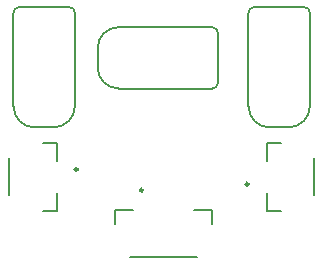
<source format=gto>
G04*
G04 #@! TF.GenerationSoftware,Altium Limited,Altium Designer,24.1.2 (44)*
G04*
G04 Layer_Color=65535*
%FSLAX44Y44*%
%MOMM*%
G71*
G04*
G04 #@! TF.SameCoordinates,88338F56-DE7A-4AE7-A4E1-60EBC265CD24*
G04*
G04*
G04 #@! TF.FilePolarity,Positive*
G04*
G01*
G75*
%ADD10C,0.2500*%
%ADD11C,0.2000*%
D10*
X453562Y349838D02*
G03*
X453562Y349838I-1250J0D01*
G01*
X542994Y354853D02*
G03*
X542994Y354853I-1250J0D01*
G01*
X398260Y367353D02*
G03*
X398260Y367353I-1250J0D01*
G01*
D11*
X517062Y482877D02*
G03*
X512062Y487877I-5000J0D01*
G01*
X512062Y435877D02*
G03*
X517062Y440877I0J5000D01*
G01*
X415062Y453877D02*
G03*
X433062Y435877I18000J0D01*
G01*
Y487877D02*
G03*
X415062Y469877I0J-18000D01*
G01*
X348882Y505000D02*
G03*
X343882Y500000I0J-5000D01*
G01*
X395882Y500000D02*
G03*
X390882Y505000I-5000J0D01*
G01*
X377882Y403000D02*
G03*
X395882Y421000I0J18000D01*
G01*
X343882D02*
G03*
X361881Y403000I18000J0D01*
G01*
X547869Y505000D02*
G03*
X542869Y500000I0J-5000D01*
G01*
X594869Y500000D02*
G03*
X589869Y505000I-5000J0D01*
G01*
X576869Y403000D02*
G03*
X594869Y421000I0J18000D01*
G01*
X542868D02*
G03*
X560868Y403000I18000J0D01*
G01*
X429812Y333338D02*
X445312D01*
X429812Y321338D02*
Y333338D01*
X442812Y292838D02*
X499312D01*
X512312Y321338D02*
Y333338D01*
X496812D02*
X512312D01*
X598744Y345353D02*
Y376853D01*
X558244Y374353D02*
Y389853D01*
Y332353D02*
X570244D01*
X558244D02*
Y347853D01*
Y389853D02*
X570244D01*
X340010Y345353D02*
Y376853D01*
X380510Y332353D02*
Y347853D01*
X368510Y389853D02*
X380510D01*
Y374353D02*
Y389853D01*
X368510Y332353D02*
X380510D01*
X433062Y487877D02*
X512062D01*
X415062Y453876D02*
Y469877D01*
X433062Y435877D02*
X512062D01*
X517062Y440876D02*
Y482877D01*
X343882Y421000D02*
Y500000D01*
X361881Y403000D02*
X377882D01*
X395882Y421000D02*
Y500000D01*
X348882Y505000D02*
X390882D01*
X542869Y421000D02*
Y500000D01*
X560868Y403000D02*
X576869D01*
X594869Y421000D02*
Y500000D01*
X547868Y505000D02*
X589869D01*
M02*

</source>
